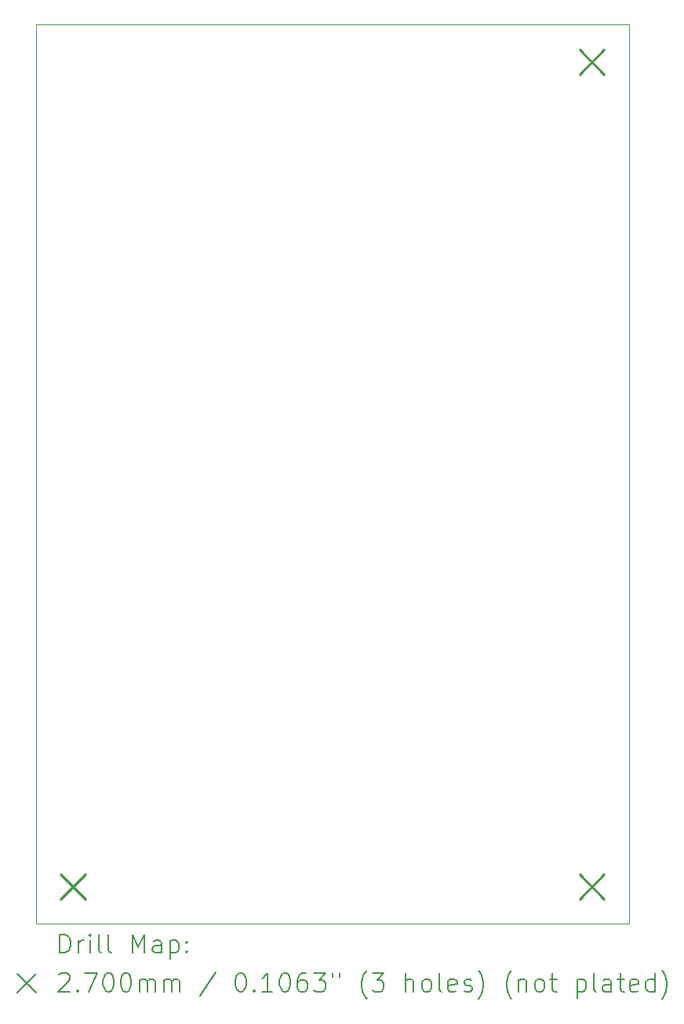
<source format=gbr>
%TF.GenerationSoftware,KiCad,Pcbnew,8.0.6*%
%TF.CreationDate,2025-04-03T20:59:11+02:00*%
%TF.ProjectId,UV-Lamp,55562d4c-616d-4702-9e6b-696361645f70,v2.0*%
%TF.SameCoordinates,Original*%
%TF.FileFunction,Drillmap*%
%TF.FilePolarity,Positive*%
%FSLAX45Y45*%
G04 Gerber Fmt 4.5, Leading zero omitted, Abs format (unit mm)*
G04 Created by KiCad (PCBNEW 8.0.6) date 2025-04-03 20:59:11*
%MOMM*%
%LPD*%
G01*
G04 APERTURE LIST*
%ADD10C,0.050000*%
%ADD11C,0.200000*%
%ADD12C,0.270000*%
G04 APERTURE END LIST*
D10*
X10710000Y-5580000D02*
X17110000Y-5580000D01*
X17110000Y-15280000D01*
X10710000Y-15280000D01*
X10710000Y-5580000D01*
D11*
D12*
X10975000Y-14745000D02*
X11245000Y-15015000D01*
X11245000Y-14745000D02*
X10975000Y-15015000D01*
X16575000Y-5845000D02*
X16845000Y-6115000D01*
X16845000Y-5845000D02*
X16575000Y-6115000D01*
X16575000Y-14745000D02*
X16845000Y-15015000D01*
X16845000Y-14745000D02*
X16575000Y-15015000D01*
D11*
X10968277Y-15593984D02*
X10968277Y-15393984D01*
X10968277Y-15393984D02*
X11015896Y-15393984D01*
X11015896Y-15393984D02*
X11044467Y-15403508D01*
X11044467Y-15403508D02*
X11063515Y-15422555D01*
X11063515Y-15422555D02*
X11073039Y-15441603D01*
X11073039Y-15441603D02*
X11082563Y-15479698D01*
X11082563Y-15479698D02*
X11082563Y-15508269D01*
X11082563Y-15508269D02*
X11073039Y-15546365D01*
X11073039Y-15546365D02*
X11063515Y-15565412D01*
X11063515Y-15565412D02*
X11044467Y-15584460D01*
X11044467Y-15584460D02*
X11015896Y-15593984D01*
X11015896Y-15593984D02*
X10968277Y-15593984D01*
X11168277Y-15593984D02*
X11168277Y-15460650D01*
X11168277Y-15498746D02*
X11177801Y-15479698D01*
X11177801Y-15479698D02*
X11187324Y-15470174D01*
X11187324Y-15470174D02*
X11206372Y-15460650D01*
X11206372Y-15460650D02*
X11225420Y-15460650D01*
X11292086Y-15593984D02*
X11292086Y-15460650D01*
X11292086Y-15393984D02*
X11282562Y-15403508D01*
X11282562Y-15403508D02*
X11292086Y-15413031D01*
X11292086Y-15413031D02*
X11301610Y-15403508D01*
X11301610Y-15403508D02*
X11292086Y-15393984D01*
X11292086Y-15393984D02*
X11292086Y-15413031D01*
X11415896Y-15593984D02*
X11396848Y-15584460D01*
X11396848Y-15584460D02*
X11387324Y-15565412D01*
X11387324Y-15565412D02*
X11387324Y-15393984D01*
X11520658Y-15593984D02*
X11501610Y-15584460D01*
X11501610Y-15584460D02*
X11492086Y-15565412D01*
X11492086Y-15565412D02*
X11492086Y-15393984D01*
X11749229Y-15593984D02*
X11749229Y-15393984D01*
X11749229Y-15393984D02*
X11815896Y-15536841D01*
X11815896Y-15536841D02*
X11882562Y-15393984D01*
X11882562Y-15393984D02*
X11882562Y-15593984D01*
X12063515Y-15593984D02*
X12063515Y-15489222D01*
X12063515Y-15489222D02*
X12053991Y-15470174D01*
X12053991Y-15470174D02*
X12034943Y-15460650D01*
X12034943Y-15460650D02*
X11996848Y-15460650D01*
X11996848Y-15460650D02*
X11977801Y-15470174D01*
X12063515Y-15584460D02*
X12044467Y-15593984D01*
X12044467Y-15593984D02*
X11996848Y-15593984D01*
X11996848Y-15593984D02*
X11977801Y-15584460D01*
X11977801Y-15584460D02*
X11968277Y-15565412D01*
X11968277Y-15565412D02*
X11968277Y-15546365D01*
X11968277Y-15546365D02*
X11977801Y-15527317D01*
X11977801Y-15527317D02*
X11996848Y-15517793D01*
X11996848Y-15517793D02*
X12044467Y-15517793D01*
X12044467Y-15517793D02*
X12063515Y-15508269D01*
X12158753Y-15460650D02*
X12158753Y-15660650D01*
X12158753Y-15470174D02*
X12177801Y-15460650D01*
X12177801Y-15460650D02*
X12215896Y-15460650D01*
X12215896Y-15460650D02*
X12234943Y-15470174D01*
X12234943Y-15470174D02*
X12244467Y-15479698D01*
X12244467Y-15479698D02*
X12253991Y-15498746D01*
X12253991Y-15498746D02*
X12253991Y-15555888D01*
X12253991Y-15555888D02*
X12244467Y-15574936D01*
X12244467Y-15574936D02*
X12234943Y-15584460D01*
X12234943Y-15584460D02*
X12215896Y-15593984D01*
X12215896Y-15593984D02*
X12177801Y-15593984D01*
X12177801Y-15593984D02*
X12158753Y-15584460D01*
X12339705Y-15574936D02*
X12349229Y-15584460D01*
X12349229Y-15584460D02*
X12339705Y-15593984D01*
X12339705Y-15593984D02*
X12330182Y-15584460D01*
X12330182Y-15584460D02*
X12339705Y-15574936D01*
X12339705Y-15574936D02*
X12339705Y-15593984D01*
X12339705Y-15470174D02*
X12349229Y-15479698D01*
X12349229Y-15479698D02*
X12339705Y-15489222D01*
X12339705Y-15489222D02*
X12330182Y-15479698D01*
X12330182Y-15479698D02*
X12339705Y-15470174D01*
X12339705Y-15470174D02*
X12339705Y-15489222D01*
X10507500Y-15822500D02*
X10707500Y-16022500D01*
X10707500Y-15822500D02*
X10507500Y-16022500D01*
X10958753Y-15833031D02*
X10968277Y-15823508D01*
X10968277Y-15823508D02*
X10987324Y-15813984D01*
X10987324Y-15813984D02*
X11034944Y-15813984D01*
X11034944Y-15813984D02*
X11053991Y-15823508D01*
X11053991Y-15823508D02*
X11063515Y-15833031D01*
X11063515Y-15833031D02*
X11073039Y-15852079D01*
X11073039Y-15852079D02*
X11073039Y-15871127D01*
X11073039Y-15871127D02*
X11063515Y-15899698D01*
X11063515Y-15899698D02*
X10949229Y-16013984D01*
X10949229Y-16013984D02*
X11073039Y-16013984D01*
X11158753Y-15994936D02*
X11168277Y-16004460D01*
X11168277Y-16004460D02*
X11158753Y-16013984D01*
X11158753Y-16013984D02*
X11149229Y-16004460D01*
X11149229Y-16004460D02*
X11158753Y-15994936D01*
X11158753Y-15994936D02*
X11158753Y-16013984D01*
X11234943Y-15813984D02*
X11368277Y-15813984D01*
X11368277Y-15813984D02*
X11282562Y-16013984D01*
X11482562Y-15813984D02*
X11501610Y-15813984D01*
X11501610Y-15813984D02*
X11520658Y-15823508D01*
X11520658Y-15823508D02*
X11530182Y-15833031D01*
X11530182Y-15833031D02*
X11539705Y-15852079D01*
X11539705Y-15852079D02*
X11549229Y-15890174D01*
X11549229Y-15890174D02*
X11549229Y-15937793D01*
X11549229Y-15937793D02*
X11539705Y-15975888D01*
X11539705Y-15975888D02*
X11530182Y-15994936D01*
X11530182Y-15994936D02*
X11520658Y-16004460D01*
X11520658Y-16004460D02*
X11501610Y-16013984D01*
X11501610Y-16013984D02*
X11482562Y-16013984D01*
X11482562Y-16013984D02*
X11463515Y-16004460D01*
X11463515Y-16004460D02*
X11453991Y-15994936D01*
X11453991Y-15994936D02*
X11444467Y-15975888D01*
X11444467Y-15975888D02*
X11434943Y-15937793D01*
X11434943Y-15937793D02*
X11434943Y-15890174D01*
X11434943Y-15890174D02*
X11444467Y-15852079D01*
X11444467Y-15852079D02*
X11453991Y-15833031D01*
X11453991Y-15833031D02*
X11463515Y-15823508D01*
X11463515Y-15823508D02*
X11482562Y-15813984D01*
X11673039Y-15813984D02*
X11692086Y-15813984D01*
X11692086Y-15813984D02*
X11711134Y-15823508D01*
X11711134Y-15823508D02*
X11720658Y-15833031D01*
X11720658Y-15833031D02*
X11730182Y-15852079D01*
X11730182Y-15852079D02*
X11739705Y-15890174D01*
X11739705Y-15890174D02*
X11739705Y-15937793D01*
X11739705Y-15937793D02*
X11730182Y-15975888D01*
X11730182Y-15975888D02*
X11720658Y-15994936D01*
X11720658Y-15994936D02*
X11711134Y-16004460D01*
X11711134Y-16004460D02*
X11692086Y-16013984D01*
X11692086Y-16013984D02*
X11673039Y-16013984D01*
X11673039Y-16013984D02*
X11653991Y-16004460D01*
X11653991Y-16004460D02*
X11644467Y-15994936D01*
X11644467Y-15994936D02*
X11634943Y-15975888D01*
X11634943Y-15975888D02*
X11625420Y-15937793D01*
X11625420Y-15937793D02*
X11625420Y-15890174D01*
X11625420Y-15890174D02*
X11634943Y-15852079D01*
X11634943Y-15852079D02*
X11644467Y-15833031D01*
X11644467Y-15833031D02*
X11653991Y-15823508D01*
X11653991Y-15823508D02*
X11673039Y-15813984D01*
X11825420Y-16013984D02*
X11825420Y-15880650D01*
X11825420Y-15899698D02*
X11834943Y-15890174D01*
X11834943Y-15890174D02*
X11853991Y-15880650D01*
X11853991Y-15880650D02*
X11882563Y-15880650D01*
X11882563Y-15880650D02*
X11901610Y-15890174D01*
X11901610Y-15890174D02*
X11911134Y-15909222D01*
X11911134Y-15909222D02*
X11911134Y-16013984D01*
X11911134Y-15909222D02*
X11920658Y-15890174D01*
X11920658Y-15890174D02*
X11939705Y-15880650D01*
X11939705Y-15880650D02*
X11968277Y-15880650D01*
X11968277Y-15880650D02*
X11987324Y-15890174D01*
X11987324Y-15890174D02*
X11996848Y-15909222D01*
X11996848Y-15909222D02*
X11996848Y-16013984D01*
X12092086Y-16013984D02*
X12092086Y-15880650D01*
X12092086Y-15899698D02*
X12101610Y-15890174D01*
X12101610Y-15890174D02*
X12120658Y-15880650D01*
X12120658Y-15880650D02*
X12149229Y-15880650D01*
X12149229Y-15880650D02*
X12168277Y-15890174D01*
X12168277Y-15890174D02*
X12177801Y-15909222D01*
X12177801Y-15909222D02*
X12177801Y-16013984D01*
X12177801Y-15909222D02*
X12187324Y-15890174D01*
X12187324Y-15890174D02*
X12206372Y-15880650D01*
X12206372Y-15880650D02*
X12234943Y-15880650D01*
X12234943Y-15880650D02*
X12253991Y-15890174D01*
X12253991Y-15890174D02*
X12263515Y-15909222D01*
X12263515Y-15909222D02*
X12263515Y-16013984D01*
X12653991Y-15804460D02*
X12482563Y-16061603D01*
X12911134Y-15813984D02*
X12930182Y-15813984D01*
X12930182Y-15813984D02*
X12949229Y-15823508D01*
X12949229Y-15823508D02*
X12958753Y-15833031D01*
X12958753Y-15833031D02*
X12968277Y-15852079D01*
X12968277Y-15852079D02*
X12977801Y-15890174D01*
X12977801Y-15890174D02*
X12977801Y-15937793D01*
X12977801Y-15937793D02*
X12968277Y-15975888D01*
X12968277Y-15975888D02*
X12958753Y-15994936D01*
X12958753Y-15994936D02*
X12949229Y-16004460D01*
X12949229Y-16004460D02*
X12930182Y-16013984D01*
X12930182Y-16013984D02*
X12911134Y-16013984D01*
X12911134Y-16013984D02*
X12892086Y-16004460D01*
X12892086Y-16004460D02*
X12882563Y-15994936D01*
X12882563Y-15994936D02*
X12873039Y-15975888D01*
X12873039Y-15975888D02*
X12863515Y-15937793D01*
X12863515Y-15937793D02*
X12863515Y-15890174D01*
X12863515Y-15890174D02*
X12873039Y-15852079D01*
X12873039Y-15852079D02*
X12882563Y-15833031D01*
X12882563Y-15833031D02*
X12892086Y-15823508D01*
X12892086Y-15823508D02*
X12911134Y-15813984D01*
X13063515Y-15994936D02*
X13073039Y-16004460D01*
X13073039Y-16004460D02*
X13063515Y-16013984D01*
X13063515Y-16013984D02*
X13053991Y-16004460D01*
X13053991Y-16004460D02*
X13063515Y-15994936D01*
X13063515Y-15994936D02*
X13063515Y-16013984D01*
X13263515Y-16013984D02*
X13149229Y-16013984D01*
X13206372Y-16013984D02*
X13206372Y-15813984D01*
X13206372Y-15813984D02*
X13187325Y-15842555D01*
X13187325Y-15842555D02*
X13168277Y-15861603D01*
X13168277Y-15861603D02*
X13149229Y-15871127D01*
X13387325Y-15813984D02*
X13406372Y-15813984D01*
X13406372Y-15813984D02*
X13425420Y-15823508D01*
X13425420Y-15823508D02*
X13434944Y-15833031D01*
X13434944Y-15833031D02*
X13444467Y-15852079D01*
X13444467Y-15852079D02*
X13453991Y-15890174D01*
X13453991Y-15890174D02*
X13453991Y-15937793D01*
X13453991Y-15937793D02*
X13444467Y-15975888D01*
X13444467Y-15975888D02*
X13434944Y-15994936D01*
X13434944Y-15994936D02*
X13425420Y-16004460D01*
X13425420Y-16004460D02*
X13406372Y-16013984D01*
X13406372Y-16013984D02*
X13387325Y-16013984D01*
X13387325Y-16013984D02*
X13368277Y-16004460D01*
X13368277Y-16004460D02*
X13358753Y-15994936D01*
X13358753Y-15994936D02*
X13349229Y-15975888D01*
X13349229Y-15975888D02*
X13339706Y-15937793D01*
X13339706Y-15937793D02*
X13339706Y-15890174D01*
X13339706Y-15890174D02*
X13349229Y-15852079D01*
X13349229Y-15852079D02*
X13358753Y-15833031D01*
X13358753Y-15833031D02*
X13368277Y-15823508D01*
X13368277Y-15823508D02*
X13387325Y-15813984D01*
X13625420Y-15813984D02*
X13587325Y-15813984D01*
X13587325Y-15813984D02*
X13568277Y-15823508D01*
X13568277Y-15823508D02*
X13558753Y-15833031D01*
X13558753Y-15833031D02*
X13539706Y-15861603D01*
X13539706Y-15861603D02*
X13530182Y-15899698D01*
X13530182Y-15899698D02*
X13530182Y-15975888D01*
X13530182Y-15975888D02*
X13539706Y-15994936D01*
X13539706Y-15994936D02*
X13549229Y-16004460D01*
X13549229Y-16004460D02*
X13568277Y-16013984D01*
X13568277Y-16013984D02*
X13606372Y-16013984D01*
X13606372Y-16013984D02*
X13625420Y-16004460D01*
X13625420Y-16004460D02*
X13634944Y-15994936D01*
X13634944Y-15994936D02*
X13644467Y-15975888D01*
X13644467Y-15975888D02*
X13644467Y-15928269D01*
X13644467Y-15928269D02*
X13634944Y-15909222D01*
X13634944Y-15909222D02*
X13625420Y-15899698D01*
X13625420Y-15899698D02*
X13606372Y-15890174D01*
X13606372Y-15890174D02*
X13568277Y-15890174D01*
X13568277Y-15890174D02*
X13549229Y-15899698D01*
X13549229Y-15899698D02*
X13539706Y-15909222D01*
X13539706Y-15909222D02*
X13530182Y-15928269D01*
X13711134Y-15813984D02*
X13834944Y-15813984D01*
X13834944Y-15813984D02*
X13768277Y-15890174D01*
X13768277Y-15890174D02*
X13796848Y-15890174D01*
X13796848Y-15890174D02*
X13815896Y-15899698D01*
X13815896Y-15899698D02*
X13825420Y-15909222D01*
X13825420Y-15909222D02*
X13834944Y-15928269D01*
X13834944Y-15928269D02*
X13834944Y-15975888D01*
X13834944Y-15975888D02*
X13825420Y-15994936D01*
X13825420Y-15994936D02*
X13815896Y-16004460D01*
X13815896Y-16004460D02*
X13796848Y-16013984D01*
X13796848Y-16013984D02*
X13739706Y-16013984D01*
X13739706Y-16013984D02*
X13720658Y-16004460D01*
X13720658Y-16004460D02*
X13711134Y-15994936D01*
X13911134Y-15813984D02*
X13911134Y-15852079D01*
X13987325Y-15813984D02*
X13987325Y-15852079D01*
X14282563Y-16090174D02*
X14273039Y-16080650D01*
X14273039Y-16080650D02*
X14253991Y-16052079D01*
X14253991Y-16052079D02*
X14244468Y-16033031D01*
X14244468Y-16033031D02*
X14234944Y-16004460D01*
X14234944Y-16004460D02*
X14225420Y-15956841D01*
X14225420Y-15956841D02*
X14225420Y-15918746D01*
X14225420Y-15918746D02*
X14234944Y-15871127D01*
X14234944Y-15871127D02*
X14244468Y-15842555D01*
X14244468Y-15842555D02*
X14253991Y-15823508D01*
X14253991Y-15823508D02*
X14273039Y-15794936D01*
X14273039Y-15794936D02*
X14282563Y-15785412D01*
X14339706Y-15813984D02*
X14463515Y-15813984D01*
X14463515Y-15813984D02*
X14396848Y-15890174D01*
X14396848Y-15890174D02*
X14425420Y-15890174D01*
X14425420Y-15890174D02*
X14444468Y-15899698D01*
X14444468Y-15899698D02*
X14453991Y-15909222D01*
X14453991Y-15909222D02*
X14463515Y-15928269D01*
X14463515Y-15928269D02*
X14463515Y-15975888D01*
X14463515Y-15975888D02*
X14453991Y-15994936D01*
X14453991Y-15994936D02*
X14444468Y-16004460D01*
X14444468Y-16004460D02*
X14425420Y-16013984D01*
X14425420Y-16013984D02*
X14368277Y-16013984D01*
X14368277Y-16013984D02*
X14349229Y-16004460D01*
X14349229Y-16004460D02*
X14339706Y-15994936D01*
X14701610Y-16013984D02*
X14701610Y-15813984D01*
X14787325Y-16013984D02*
X14787325Y-15909222D01*
X14787325Y-15909222D02*
X14777801Y-15890174D01*
X14777801Y-15890174D02*
X14758753Y-15880650D01*
X14758753Y-15880650D02*
X14730182Y-15880650D01*
X14730182Y-15880650D02*
X14711134Y-15890174D01*
X14711134Y-15890174D02*
X14701610Y-15899698D01*
X14911134Y-16013984D02*
X14892087Y-16004460D01*
X14892087Y-16004460D02*
X14882563Y-15994936D01*
X14882563Y-15994936D02*
X14873039Y-15975888D01*
X14873039Y-15975888D02*
X14873039Y-15918746D01*
X14873039Y-15918746D02*
X14882563Y-15899698D01*
X14882563Y-15899698D02*
X14892087Y-15890174D01*
X14892087Y-15890174D02*
X14911134Y-15880650D01*
X14911134Y-15880650D02*
X14939706Y-15880650D01*
X14939706Y-15880650D02*
X14958753Y-15890174D01*
X14958753Y-15890174D02*
X14968277Y-15899698D01*
X14968277Y-15899698D02*
X14977801Y-15918746D01*
X14977801Y-15918746D02*
X14977801Y-15975888D01*
X14977801Y-15975888D02*
X14968277Y-15994936D01*
X14968277Y-15994936D02*
X14958753Y-16004460D01*
X14958753Y-16004460D02*
X14939706Y-16013984D01*
X14939706Y-16013984D02*
X14911134Y-16013984D01*
X15092087Y-16013984D02*
X15073039Y-16004460D01*
X15073039Y-16004460D02*
X15063515Y-15985412D01*
X15063515Y-15985412D02*
X15063515Y-15813984D01*
X15244468Y-16004460D02*
X15225420Y-16013984D01*
X15225420Y-16013984D02*
X15187325Y-16013984D01*
X15187325Y-16013984D02*
X15168277Y-16004460D01*
X15168277Y-16004460D02*
X15158753Y-15985412D01*
X15158753Y-15985412D02*
X15158753Y-15909222D01*
X15158753Y-15909222D02*
X15168277Y-15890174D01*
X15168277Y-15890174D02*
X15187325Y-15880650D01*
X15187325Y-15880650D02*
X15225420Y-15880650D01*
X15225420Y-15880650D02*
X15244468Y-15890174D01*
X15244468Y-15890174D02*
X15253991Y-15909222D01*
X15253991Y-15909222D02*
X15253991Y-15928269D01*
X15253991Y-15928269D02*
X15158753Y-15947317D01*
X15330182Y-16004460D02*
X15349230Y-16013984D01*
X15349230Y-16013984D02*
X15387325Y-16013984D01*
X15387325Y-16013984D02*
X15406372Y-16004460D01*
X15406372Y-16004460D02*
X15415896Y-15985412D01*
X15415896Y-15985412D02*
X15415896Y-15975888D01*
X15415896Y-15975888D02*
X15406372Y-15956841D01*
X15406372Y-15956841D02*
X15387325Y-15947317D01*
X15387325Y-15947317D02*
X15358753Y-15947317D01*
X15358753Y-15947317D02*
X15339706Y-15937793D01*
X15339706Y-15937793D02*
X15330182Y-15918746D01*
X15330182Y-15918746D02*
X15330182Y-15909222D01*
X15330182Y-15909222D02*
X15339706Y-15890174D01*
X15339706Y-15890174D02*
X15358753Y-15880650D01*
X15358753Y-15880650D02*
X15387325Y-15880650D01*
X15387325Y-15880650D02*
X15406372Y-15890174D01*
X15482563Y-16090174D02*
X15492087Y-16080650D01*
X15492087Y-16080650D02*
X15511134Y-16052079D01*
X15511134Y-16052079D02*
X15520658Y-16033031D01*
X15520658Y-16033031D02*
X15530182Y-16004460D01*
X15530182Y-16004460D02*
X15539706Y-15956841D01*
X15539706Y-15956841D02*
X15539706Y-15918746D01*
X15539706Y-15918746D02*
X15530182Y-15871127D01*
X15530182Y-15871127D02*
X15520658Y-15842555D01*
X15520658Y-15842555D02*
X15511134Y-15823508D01*
X15511134Y-15823508D02*
X15492087Y-15794936D01*
X15492087Y-15794936D02*
X15482563Y-15785412D01*
X15844468Y-16090174D02*
X15834944Y-16080650D01*
X15834944Y-16080650D02*
X15815896Y-16052079D01*
X15815896Y-16052079D02*
X15806372Y-16033031D01*
X15806372Y-16033031D02*
X15796849Y-16004460D01*
X15796849Y-16004460D02*
X15787325Y-15956841D01*
X15787325Y-15956841D02*
X15787325Y-15918746D01*
X15787325Y-15918746D02*
X15796849Y-15871127D01*
X15796849Y-15871127D02*
X15806372Y-15842555D01*
X15806372Y-15842555D02*
X15815896Y-15823508D01*
X15815896Y-15823508D02*
X15834944Y-15794936D01*
X15834944Y-15794936D02*
X15844468Y-15785412D01*
X15920658Y-15880650D02*
X15920658Y-16013984D01*
X15920658Y-15899698D02*
X15930182Y-15890174D01*
X15930182Y-15890174D02*
X15949230Y-15880650D01*
X15949230Y-15880650D02*
X15977801Y-15880650D01*
X15977801Y-15880650D02*
X15996849Y-15890174D01*
X15996849Y-15890174D02*
X16006372Y-15909222D01*
X16006372Y-15909222D02*
X16006372Y-16013984D01*
X16130182Y-16013984D02*
X16111134Y-16004460D01*
X16111134Y-16004460D02*
X16101611Y-15994936D01*
X16101611Y-15994936D02*
X16092087Y-15975888D01*
X16092087Y-15975888D02*
X16092087Y-15918746D01*
X16092087Y-15918746D02*
X16101611Y-15899698D01*
X16101611Y-15899698D02*
X16111134Y-15890174D01*
X16111134Y-15890174D02*
X16130182Y-15880650D01*
X16130182Y-15880650D02*
X16158753Y-15880650D01*
X16158753Y-15880650D02*
X16177801Y-15890174D01*
X16177801Y-15890174D02*
X16187325Y-15899698D01*
X16187325Y-15899698D02*
X16196849Y-15918746D01*
X16196849Y-15918746D02*
X16196849Y-15975888D01*
X16196849Y-15975888D02*
X16187325Y-15994936D01*
X16187325Y-15994936D02*
X16177801Y-16004460D01*
X16177801Y-16004460D02*
X16158753Y-16013984D01*
X16158753Y-16013984D02*
X16130182Y-16013984D01*
X16253992Y-15880650D02*
X16330182Y-15880650D01*
X16282563Y-15813984D02*
X16282563Y-15985412D01*
X16282563Y-15985412D02*
X16292087Y-16004460D01*
X16292087Y-16004460D02*
X16311134Y-16013984D01*
X16311134Y-16013984D02*
X16330182Y-16013984D01*
X16549230Y-15880650D02*
X16549230Y-16080650D01*
X16549230Y-15890174D02*
X16568277Y-15880650D01*
X16568277Y-15880650D02*
X16606373Y-15880650D01*
X16606373Y-15880650D02*
X16625420Y-15890174D01*
X16625420Y-15890174D02*
X16634944Y-15899698D01*
X16634944Y-15899698D02*
X16644468Y-15918746D01*
X16644468Y-15918746D02*
X16644468Y-15975888D01*
X16644468Y-15975888D02*
X16634944Y-15994936D01*
X16634944Y-15994936D02*
X16625420Y-16004460D01*
X16625420Y-16004460D02*
X16606373Y-16013984D01*
X16606373Y-16013984D02*
X16568277Y-16013984D01*
X16568277Y-16013984D02*
X16549230Y-16004460D01*
X16758753Y-16013984D02*
X16739706Y-16004460D01*
X16739706Y-16004460D02*
X16730182Y-15985412D01*
X16730182Y-15985412D02*
X16730182Y-15813984D01*
X16920658Y-16013984D02*
X16920658Y-15909222D01*
X16920658Y-15909222D02*
X16911135Y-15890174D01*
X16911135Y-15890174D02*
X16892087Y-15880650D01*
X16892087Y-15880650D02*
X16853992Y-15880650D01*
X16853992Y-15880650D02*
X16834944Y-15890174D01*
X16920658Y-16004460D02*
X16901611Y-16013984D01*
X16901611Y-16013984D02*
X16853992Y-16013984D01*
X16853992Y-16013984D02*
X16834944Y-16004460D01*
X16834944Y-16004460D02*
X16825420Y-15985412D01*
X16825420Y-15985412D02*
X16825420Y-15966365D01*
X16825420Y-15966365D02*
X16834944Y-15947317D01*
X16834944Y-15947317D02*
X16853992Y-15937793D01*
X16853992Y-15937793D02*
X16901611Y-15937793D01*
X16901611Y-15937793D02*
X16920658Y-15928269D01*
X16987325Y-15880650D02*
X17063515Y-15880650D01*
X17015896Y-15813984D02*
X17015896Y-15985412D01*
X17015896Y-15985412D02*
X17025420Y-16004460D01*
X17025420Y-16004460D02*
X17044468Y-16013984D01*
X17044468Y-16013984D02*
X17063515Y-16013984D01*
X17206373Y-16004460D02*
X17187325Y-16013984D01*
X17187325Y-16013984D02*
X17149230Y-16013984D01*
X17149230Y-16013984D02*
X17130182Y-16004460D01*
X17130182Y-16004460D02*
X17120658Y-15985412D01*
X17120658Y-15985412D02*
X17120658Y-15909222D01*
X17120658Y-15909222D02*
X17130182Y-15890174D01*
X17130182Y-15890174D02*
X17149230Y-15880650D01*
X17149230Y-15880650D02*
X17187325Y-15880650D01*
X17187325Y-15880650D02*
X17206373Y-15890174D01*
X17206373Y-15890174D02*
X17215896Y-15909222D01*
X17215896Y-15909222D02*
X17215896Y-15928269D01*
X17215896Y-15928269D02*
X17120658Y-15947317D01*
X17387325Y-16013984D02*
X17387325Y-15813984D01*
X17387325Y-16004460D02*
X17368277Y-16013984D01*
X17368277Y-16013984D02*
X17330182Y-16013984D01*
X17330182Y-16013984D02*
X17311135Y-16004460D01*
X17311135Y-16004460D02*
X17301611Y-15994936D01*
X17301611Y-15994936D02*
X17292087Y-15975888D01*
X17292087Y-15975888D02*
X17292087Y-15918746D01*
X17292087Y-15918746D02*
X17301611Y-15899698D01*
X17301611Y-15899698D02*
X17311135Y-15890174D01*
X17311135Y-15890174D02*
X17330182Y-15880650D01*
X17330182Y-15880650D02*
X17368277Y-15880650D01*
X17368277Y-15880650D02*
X17387325Y-15890174D01*
X17463516Y-16090174D02*
X17473039Y-16080650D01*
X17473039Y-16080650D02*
X17492087Y-16052079D01*
X17492087Y-16052079D02*
X17501611Y-16033031D01*
X17501611Y-16033031D02*
X17511135Y-16004460D01*
X17511135Y-16004460D02*
X17520658Y-15956841D01*
X17520658Y-15956841D02*
X17520658Y-15918746D01*
X17520658Y-15918746D02*
X17511135Y-15871127D01*
X17511135Y-15871127D02*
X17501611Y-15842555D01*
X17501611Y-15842555D02*
X17492087Y-15823508D01*
X17492087Y-15823508D02*
X17473039Y-15794936D01*
X17473039Y-15794936D02*
X17463516Y-15785412D01*
M02*

</source>
